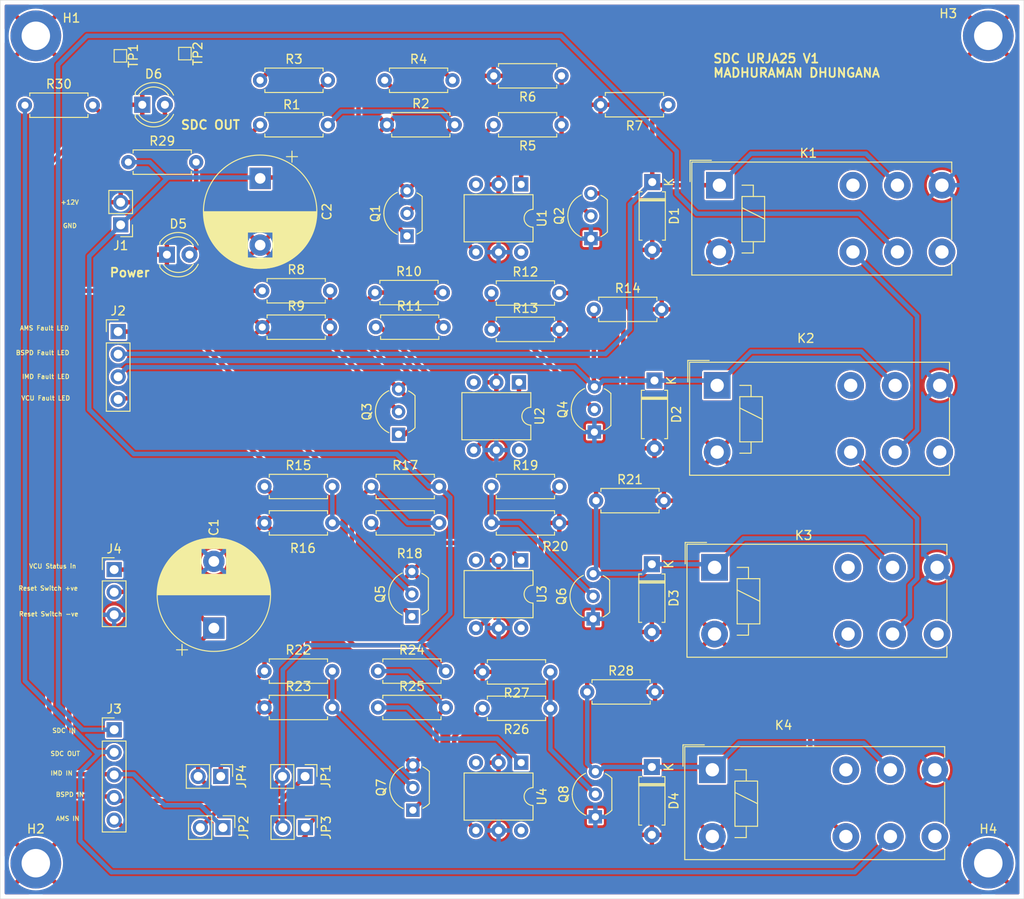
<source format=kicad_pcb>
(kicad_pcb (version 20240108) (generator "pcbnew") (generator_version "8.0")
  (layers (0 "F.Cu" signal) (31 "B.Cu" signal) (34 "B.Paste" user) (35 "F.Paste" user) (36 "B.SilkS" user "B.Silkscreen") (37 "F.SilkS" user "F.Silkscreen") (38 "B.Mask" user) (39 "F.Mask" user) (44 "Edge.Cuts" user))
  (net 0 "")
  (net 1 "Reset Switch +Ve")
  (net 2 "Reset Switch -Ve")
  (net 3 "GND")
  (net 4 "BSPD Fault Led")
  (net 5 "IMD Fault LED")
  (net 6 "AMS Fault Led")
  (net 7 "VCU Fault Led")
  (net 8 "SDC OUT")
  (net 9 "SDC IN")
  (net 10 "AMS Status In")
  (net 11 "IMD Status IN")
  (net 12 "BSPD Status in")
  (net 13 "VCU Status IN")
  (net 15 "Net-(K1-Pad22)")
  (net 19 "Net-(K2-Pad22)")
  (net 20 "Net-(K3-Pad22)")
  (net 25 "Net-(Q1-B)")
  (net 26 "Net-(Q1-C)")
  (net 27 "Net-(Q2-B)")
  (net 28 "Net-(Q3-C)")
  (net 29 "Net-(Q3-B)")
  (net 30 "Net-(Q4-B)")
  (net 31 "Net-(Q5-C)")
  (net 32 "Net-(Q5-B)")
  (net 33 "Net-(Q6-B)")
  (net 34 "Net-(Q7-B)")
  (net 35 "Net-(Q7-C)")
  (net 36 "Net-(Q8-B)")
  (net 37 "Net-(R4-Pad1)")
  (net 38 "Net-(R5-Pad2)")
  (net 39 "Net-(R11-Pad1)")
  (net 40 "Net-(R12-Pad2)")
  (net 41 "Net-(R18-Pad1)")
  (net 42 "Net-(R19-Pad2)")
  (net 43 "Net-(R25-Pad1)")
  (net 44 "Net-(R26-Pad2)")
  (net 53 "Net-(D5-A)")
  (net 54 "Net-(D6-A)")
  (footprint "Relay_THT:Relay_DPDT_Finder_40.52" (layer "F.Cu") (at 192 118.5)
    (property "Reference" "K4")
    (property "Value" "Relay_DPDT")
  )
  (footprint "Package_TO_SOT_THT:TO-92_Inline_Wide" (layer "F.Cu") (at 178.75 80.54 90)
    (property "Reference" "Q4")
    (property "Value" "NPN")
  )
  (footprint "Resistor_THT:R_Axial_DIN0207_L6.3mm_D2.5mm_P7.62mm_Horizontal" (layer "F.Cu") (at 154.44 111.5)
    (property "Reference" "R25")
    (property "Value" "1K")
  )
  (footprint "Connector_PinHeader_2.54mm:PinHeader_1x04_P2.54mm_Vertical" (layer "F.Cu") (at 125.25 69.25)
    (property "Reference" "J2")
    (property "Value" "Conn_01x04_Pin")
  )
  (footprint "Relay_THT:Relay_DPDT_Finder_40.52" (layer "F.Cu") (at 192.5425 75.2925)
    (property "Reference" "K2")
    (property "Value" "Relay_DPDT")
  )
  (footprint "LED_THT:LED_D4.0mm" (layer "F.Cu") (at 127.96 43.75)
    (property "Reference" "D6")
    (property "Value" "LED")
  )
  (footprint "Resistor_THT:R_Axial_DIN0207_L6.3mm_D2.5mm_P7.62mm_Horizontal" (layer "F.Cu") (at 167.19 86.66)
    (property "Reference" "R19")
    (property "Value" "1K")
  )
  (footprint "Resistor_THT:R_Axial_DIN0207_L6.3mm_D2.5mm_P7.62mm_Horizontal" (layer "F.Cu") (at 126.39 50.2)
    (property "Reference" "R29")
    (property "Value" "1K")
  )
  (footprint "Package_TO_SOT_THT:TO-92_Inline_Wide" (layer "F.Cu") (at 158.36 123.04 90)
    (property "Reference" "Q7")
    (property "Value" "NPN")
  )
  (footprint "Package_TO_SOT_THT:TO-92_Inline_Wide" (layer "F.Cu") (at 178.61 101.54 90)
    (property "Reference" "Q6")
    (property "Value" "NPN")
  )
  (footprint "Resistor_THT:R_Axial_DIN0207_L6.3mm_D2.5mm_P7.62mm_Horizontal" (layer "F.Cu") (at 187.06 43.75 180)
    (property "Reference" "R7")
    (property "Value" "10K")
  )
  (footprint "Connector_PinHeader_2.54mm:PinHeader_1x02_P2.54mm_Vertical" (layer "F.Cu") (at 136.775 119.25 -90)
    (property "Reference" "JP4")
    (property "Value" "Jumper_2_Bridged" (hide yes))
  )
  (footprint "Package_DIP:DIP-6_W7.62mm" (layer "F.Cu") (at 170.525 94.95 -90)
    (property "Reference" "U3")
    (property "Value" "4N25")
  )
  (footprint "Resistor_THT:R_Axial_DIN0207_L6.3mm_D2.5mm_P7.62mm_Horizontal" (layer "F.Cu") (at 167.19 69)
    (property "Reference" "R13")
    (property "Value" "10K")
  )
  (footprint "Diode_THT:D_A-405_P7.62mm_Horizontal" (layer "F.Cu") (at 185.2075 95.3975 -90)
    (property "Reference" "D3")
    (property "Value" "D")
  )
  (footprint "Resistor_THT:R_Axial_DIN0207_L6.3mm_D2.5mm_P7.62mm_Horizontal" (layer "F.Cu") (at 153.69 90.75)
    (property "Reference" "R18")
    (property "Value" "1K")
  )
  (footprint "Connector_PinHeader_2.54mm:PinHeader_1x03_P2.54mm_Vertical" (layer "F.Cu") (at 124.8 96)
    (property "Reference" "J4")
    (property "Value" "Conn_01x03_Pin")
  )
  (footprint "Resistor_THT:R_Axial_DIN0207_L6.3mm_D2.5mm_P7.62mm_Horizontal" (layer "F.Cu") (at 141.69 111.5)
    (property "Reference" "R23")
    (property "Value" "10K")
  )
  (footprint "Relay_THT:Relay_DPDT_Finder_40.52" (layer "F.Cu") (at 192.7925 52.7925)
    (property "Reference" "K1")
    (property "Value" "Relay_DPDT")
  )
  (footprint "Resistor_THT:R_Axial_DIN0207_L6.3mm_D2.5mm_P7.62mm_Horizontal" (layer "F.Cu") (at 141.69 90.75)
    (property "Reference" "R16")
    (property "Value" "10K")
  )
  (footprint "Resistor_THT:R_Axial_DIN0207_L6.3mm_D2.5mm_P7.62mm_Horizontal" (layer "F.Cu") (at 141.44 64.66)
    (property "Reference" "R8")
    (property "Value" "1K")
  )
  (footprint "Diode_THT:D_A-405_P7.62mm_Horizontal" (layer "F.Cu") (at 185.5 74.75 -90)
    (property "Reference" "D2")
    (property "Value" "D")
  )
  (footprint "Connector_PinHeader_2.54mm:PinHeader_1x02_P2.54mm_Vertical" (layer "F.Cu") (at 125.5325 57.25 180)
    (property "Reference" "J1")
    (property "Value" "Conn_01x02_Pin")
  )
  (footprint "MountingHole:MountingHole_3.2mm_M3_ISO7380_Pad" (layer "F.Cu") (at 116 36)
    (property "Reference" "H1")
    (property "Value" "MountingHole_Pad" (hide yes))
  )
  (footprint "Package_TO_SOT_THT:TO-92_Inline_Wide" (layer "F.Cu") (at 156.75 80.79 90)
    (property "Reference" "Q3")
    (property "Value" "NPN")
  )
  (footprint "Resistor_THT:R_Axial_DIN0207_L6.3mm_D2.5mm_P7.62mm_Horizontal" (layer "F.Cu") (at 114.78 43.8)
    (property "Reference" "R30")
    (property "Value" "1K")
  )
  (footprint "Connector_PinHeader_2.54mm:PinHeader_1x02_P2.54mm_Vertical" (layer "F.Cu") (at 146.29 125 -90)
    (property "Reference" "JP3")
    (property "Value" "Jumper_2_Bridged" (hide yes))
  )
  (footprint "Resistor_THT:R_Axial_DIN0207_L6.3mm_D2.5mm_P7.62mm_Horizontal" (layer "F.Cu") (at 154.11 64.86)
    (property "Reference" "R10")
    (property "Value" "1K")
  )
  (footprint "Capacitor_THT:CP_Radial_D12.5mm_P7.50mm" (layer "F.Cu") (at 136 102.573959 90)
    (property "Reference" "C1")
    (property "Value" "C_Polarized")
  )
  (footprint "MountingHole:MountingHole_3.2mm_M3_ISO7380_Pad" (layer "F.Cu") (at 116 129)
    (property "Reference" "H2")
    (property "Value" "MountingHole_Pad" (hide yes))
  )
  (footprint "Connector_PinHeader_2.54mm:PinHeader_1x02_P2.54mm_Vertical" (layer "F.Cu") (at 137.025 125 -90)
    (property "Reference" "JP2")
    (property "Value" "Jumper_2_Bridged" (hide yes))
  )
  (footprint "Resistor_THT:R_Axial_DIN0207_L6.3mm_D2.5mm_P7.62mm_Horizontal" (layer "F.Cu") (at 167.19 64.91)
    (property "Reference" "R12")
    (property "Value" "1K")
  )
  (footprint "Resistor_THT:R_Axial_DIN0207_L6.3mm_D2.5mm_P7.62mm_Horizontal" (layer "F.Cu") (at 153.69 86.66)
    (property "Reference" "R17")
    (property "Value" "1K")
  )
  (footprint "Resistor_THT:R_Axial_DIN0207_L6.3mm_D2.5mm_P7.62mm_Horizontal" (layer "F.Cu") (at 178.69 66.75)
    (property "Reference" "R14")
    (property "Value" "10K")
  )
  (footprint "LED_THT:LED_D4.0mm" (layer "F.Cu") (at 130.725 60.6)
    (property "Reference" "D5")
    (property "Value" "LED")
  )
  (footprint "Resistor_THT:R_Axial_DIN0207_L6.3mm_D2.5mm_P7.62mm_Horizontal" (layer "F.Cu") (at 173.81 107.5 180)
    (property "Reference" "R27")
    (property "Value" "10K")
  )
  (footprint "Resistor_THT:R_Axial_DIN0207_L6.3mm_D2.5mm_P7.62mm_Horizontal" (layer "F.Cu") (at 177.94 109.75)
    (property "Reference" "R28")
    (property "Value" "10K")
  )
  (footprint "TestPoint:TestPoint_Pad_1.0x1.0mm" (layer "F.Cu") (at 125.5 38.25 -90)
    (property "Reference" "TP1")
    (property "Value" "+12V")
  )
  (footprint "Resistor_THT:R_Axial_DIN0207_L6.3mm_D2.5mm_P7.62mm_Horizontal" (layer "F.Cu") (at 173.81 111.59 180)
    (property "Reference" "R26")
    (property "Value" "1K")
  )
  (footprint "Diode_THT:D_A-405_P7.62mm_Horizontal" (layer "F.Cu") (at 185.25 52.44 -90)
    (property "Reference" "D1")
    (property "Value" "D")
  )
  (footprint "Resistor_THT:R_Axial_DIN0207_L6.3mm_D2.5mm_P7.62mm_Horizontal" (layer "F.Cu") (at 167.19 90.75)
    (property "Reference" "R20")
    (property "Value" "10K")
  )
  (footprint "Resistor_THT:R_Axial_DIN0207_L6.3mm_D2.5mm_P7.62mm_Horizontal" (layer "F.Cu") (at 141.69 86.66)
    (property "Reference" "R15")
    (property "Value" "1K")
  )
  (footprint "Resistor_THT:R_Axial_DIN0207_L6.3mm_D2.5mm_P7.62mm_Horizontal" (layer "F.Cu") (at 155.19 41)
    (property "Reference" "R4")
    (property "Value" "1K")
  )
  (footprint "MountingHole:MountingHole_3.2mm_M3_ISO7380_Pad" (layer "F.Cu") (at 223 36)
    (property "Reference" "H3")
    (property "Value" "MountingHole_Pad" (hide yes))
  )
  (footprint "Resistor_THT:R_Axial_DIN0207_L6.3mm_D2.5mm_P7.62mm_Horizontal" (layer "F.Cu") (at 141.69 107.41)
    (property "Reference" "R22")
    (property "Value" "1K")
  )
  (footprint "Resistor_THT:R_Axial_DIN0207_L6.3mm_D2.5mm_P7.62mm_Horizontal" (layer "F.Cu") (at 175.06 46 180)
    (property "Reference" "R5")
    (property "Value" "1K")
  )
  (footprint "Resistor_THT:R_Axial_DIN0207_L6.3mm_D2.5mm_P7.62mm_Horizontal" (layer "F.Cu") (at 154.44 107.41)
    (property "Reference" "R24")
    (property "Value" "1K")
  )
  (footprint "Resistor_THT:R_Axial_DIN0207_L6.3mm_D2.5mm_P7.62mm_Horizontal" (layer "F.Cu") (at 154.19 68.75)
    (property "Reference" "R11")
    (property "Value" "1K")
  )
  (footprint "Package_DIP:DIP-6_W7.62mm" (layer "F.Cu") (at 170.275 74.95 -90)
    (property "Reference" "U2")
    (property "Value" "4N25")
  )
  (footprint "Package_TO_SOT_THT:TO-92L_Inline_Wide" (layer "F.Cu") (at 157.7 58.5 90)
    (property "Reference" "Q1")
    (property "Value" "NPN")
  )
  (footprint "Connector_PinHeader_2.54mm:PinHeader_1x05_P2.54mm_Vertical" (layer "F.Cu") (at 124.8 114)
    (property "Reference" "J3")
    (property "Value" "Conn_01x05_Pin")
  )
  (footprint "Package_DIP:DIP-6_W7.62mm" (layer "F.Cu") (at 170.525 117.7 -90)
    (property "Reference" "U4")
    (property "Value" "4N25")
  )
  (footprint "Package_TO_SOT_THT:TO-92_Inline_Wide" (layer "F.Cu") (at 178.86 123.79 90)
    (property "Reference" "Q8")
    (property "Value" "NPN")
  )
  (footprint "Resistor_THT:R_Axial_DIN0207_L6.3mm_D2.5mm_P7.62mm_Horizontal" (layer "F.Cu") (at 141.19 46)
    (property "Reference" "R1")
    (property "Value" "1K")
  )
  (footprint "Package_TO_SOT_THT:TO-92_Inline_Wide" (layer "F.Cu") (at 178.36 58.79 90)
    (property "Reference" "Q2")
    (property "Value" "NPN")
  )
  (footprint "Connector_PinHeader_2.54mm:PinHeader_1x02_P2.54mm_Vertical" (layer "F.Cu") (at 146.25 119.25 -90)
    (property "Reference" "JP1")
    (property "Value" "Jumper_2_Bridged" (hide yes))
  )
  (footprint "Relay_THT:Relay_DPDT_Finder_40.52" (layer "F.Cu") (at 192.25 95.75)
    (property "Reference" "K3")
    (property "Value" "Relay_DPDT")
  )
  (footprint "Resistor_THT:R_Axial_DIN0207_L6.3mm_D2.5mm_P7.62mm_Horizontal" (layer "F.Cu") (at 141.19 41)
    (property "Reference" "R3")
    (property "Value" "1K")
  )
  (footprint "Resistor_THT:R_Axial_DIN0207_L6.3mm_D2.5mm_P7.62mm_Horizontal" (layer "F.Cu") (at 175.06 40.5 180)
    (property "Reference" "R6")
    (property "Value" "10K")
  )
  (footprint "TestPoint:TestPoint_Pad_1.0x1.0mm" (layer "F.Cu") (at 132.75 38 -90)
    (property "Reference" "TP2")
    (property "Value" "GND")
  )
  (footprint "Resistor_THT:R_Axial_DIN0207_L6.3mm_D2.5mm_P7.62mm_Horizontal" (layer "F.Cu") (at 155.44 46)
    (property "Reference" "R2")
    (property "Value" "10K")
  )
  (footprint "Package_TO_SOT_THT:TO-92_Inline_Wide" (layer "F.Cu") (at 158.25 101.29 90)
    (property "Reference" "Q5")
    (property "Value" "NPN")
  )
  (footprint "Package_DIP:DIP-6_W7.62mm" (layer "F.Cu") (at 170.525 52.7 -90)
    (property "Reference" "U1")
    (property "Value" "4N25")
  )
  (footprint "Resistor_THT:R_Axial_DIN0207_L6.3mm_D2.5mm_P7.62mm_Horizontal" (layer "F.Cu") (at 178.94 88.25)
    (property "Reference" "R21")
    (property "Value" "10K")
  )
  (footprint "Capacitor_THT:CP_Radial_D12.5mm_P7.50mm" (layer "F.Cu") (at 141.2 52.026041 -90)
    (property "Reference" "C2")
    (property "Value" "C_Polarized")
  )
  (footprint "Diode_THT:D_A-405_P7.62mm_Horizontal" (layer "F.Cu") (at 185.2075 118.19 -90)
    (property "Reference" "D4")
    (property "Value" "D")
  )
  (footprint "Resistor_THT:R_Axial_DIN0207_L6.3mm_D2.5mm_P7.62mm_Horizontal" (layer "F.Cu") (at 141.44 68.75)
    (property "Reference" "R9")
    (property "Value" "10K")
  )
  (footprint "MountingHole:MountingHole_3.2mm_M3_ISO7380_Pad" (layer "F.Cu") (at 223 129)
    (property "Reference" "H4")
    (property "Value" "MountingHole_Pad" (hide yes))
  )
  (gr_line (start 227 133) (end 112 133) (stroke (width 0.05)) (layer "Edge.Cuts"))
  (gr_line (start 112 32) (end 227 32) (stroke (width 0.05)) (layer "Edge.Cuts"))
  (gr_line (start 227 32) (end 227 133) (stroke (width 0.05)) (layer "Edge.Cuts"))
  (gr_line (start 112 133) (end 112 32) (stroke (width 0.05)) (layer "Edge.Cuts"))
  (gr_text "AMS IN\n\n\n\n\n\n\n" (at 118.2 129.11 0) (layer "F.SilkS") (effects (font (size 0.5 0.5) (thickness 0.1)) (justify left bottom)))
  (gr_text "Reset Switch +ve\n\n" (at 114 99.2 0) (layer "F.SilkS") (effects (font (size 0.5 0.5) (thickness 0.1)) (justify left bottom)))
  (gr_text "SDC OUT\n" (at 132.2 46.6 0) (layer "F.SilkS") (effects (font (size 1 1) (thickness 0.2) (bold yes)) (justify left bottom)))
  (gr_text "SDC URJA25 V1\nMADHURAMAN DHUNGANA" (at 192 40.75 0) (layer "F.SilkS") (effects (font (size 1 1) (thickness 0.2) (bold yes)) (justify left bottom)))
  (gr_text "AMS Fault LED" (at 114.16 69.15 0) (layer "F.SilkS") (effects (font (size 0.5 0.5) (thickness 0.1)) (justify left bottom)))
  (gr_text "GND\n" (at 119 57.64 0) (layer "F.SilkS") (effects (font (size 0.5 0.5) (thickness 0.1)) (justify left bottom)))
  (gr_text "+12V\n" (at 118.75 55 0) (layer "F.SilkS") (effects (font (size 0.5 0.5) (thickness 0.1)) (justify left bottom)))
  (gr_text "SDC OUT\n\n\n\n" (at 117.6 119.4 0) (layer "F.SilkS") (effects (font (size 0.5 0.5) (thickness 0.1)) (justify left bottom)))
  (gr_text "VCU Status in\n" (at 115.2 95.91 0) (layer "F.SilkS") (effects (font (size 0.5 0.5) (thickness 0.1)) (justify left bottom)))
  (gr_text "SDC IN\n\n\n" (at 117.8 116 0) (layer "F.SilkS") (effects (font (size 0.5 0.5) (thickness 0.1)) (justify left bottom)))
  (gr_text "BSPD IN\n\n\n\n\n\n" (at 118.2 125.6 0) (layer "F.SilkS") (effects (font (size 0.5 0.5) (thickness 0.1)) (justify left bottom)))
  (gr_text "IMD IN\n\n\n\n\n" (at 117.6 122.4 0) (layer "F.SilkS") (effects (font (size 0.5 0.5) (thickness 0.1)) (justify left bottom)))
  (gr_text "Power \n" (at 124.2 63.2 0) (layer "F.SilkS") (effects (font (size 1 1) (thickness 0.2) (bold yes)) (justify left bottom)))
  (gr_text "Reset Switch -ve\n\n" (at 114.06 102.09 0) (layer "F.SilkS") (effects (font (size 0.5 0.5) (thickness 0.1)) (justify left bottom)))
  (gr_text "VCU Fault LED" (at 114.32 77.02 0) (layer "F.SilkS") (effects (font (size 0.5 0.5) (thickness 0.1)) (justify left bottom)))
  (gr_text "IMD Fault LED" (at 114.4 74.6 0) (layer "F.SilkS") (effects (font (size 0.5 0.5) (thickness 0.1)) (justify left bottom)))
  (gr_text "BSPD Fault LED" (at 113.71 71.92 0) (layer "F.SilkS") (effects (font (size 0.5 0.5) (thickness 0.1)) (justify left bottom)))
  (segment (start 143.75 125) (end 141.75 123) (width 0.5) (layer "F.Cu") (net 1))
  (segment (start 136.25 43) (end 146.81 43) (width 0.5) (layer "F.Cu") (net 1))
  (segment (start 161.73 64.86) (end 160.61 64.86) (width 0.5) (layer "F.Cu") (net 1))
  (segment (start 131.75 98.5) (end 124.8 98.5) (width 0.5) (layer "F.Cu") (net 1))
  (segment (start 134.235 119.25) (end 135.985 121) (width 0.5) (layer "F.Cu") (net 1))
  (segment (start 141.3 51.926041) (end 141.2 52.026041) (width 0.5) (layer "F.Cu") (net 1))
  (segment (start 135.823959 102.573959) (end 131.75 98.5) (width 0.5) (layer "F.Cu") (net 1))
  (segment (start 134.235 119.25) (end 134.235 104.338959) (width 0.5) (layer "F.Cu") (net 1))
  (segment (start 147 42.81) (end 147 51.25) (width 0.5) (layer "F.Cu") (net 1))
  (segment (start 141.96 121) (end 143.71 119.25) (width 0.5) (layer "F.Cu") (net 1))
  (segment (start 136 102.573959) (end 135.823959 102.573959) (width 0.5) (layer "F.Cu") (net 1))
  (segment (start 135.985 121) (end 141.96 121) (width 0.5) (layer "F.Cu") (net 1))
  (segment (start 134.235 104.338959) (end 136 102.573959) (width 0.5) (layer "F.Cu") (net 1))
  (segment (start 146.81 43) (end 147.905 41.905) (width 0.5) (layer "F.Cu") (net 1))
  (segment (start 136.25 40.75) (end 136.25 43) (width 0.5) (layer "F.Cu") (net 1))
  (segment (start 133.5 38) (end 136.25 40.75) (width 0.5) (layer "F.Cu") (net 1))
  (segment (start 147.875 52.125) (end 147.676041 51.926041) (width 0.5) (layer "F.Cu") (net 1))
  (segment (start 148.81 41) (end 147.905 41.905) (width 0.5) (layer "F.Cu") (net 1))
  (segment (start 147.905 41.905) (end 147 42.81) (width 0.5) (layer "F.Cu") (net 1))
  (segment (start 160.61 64.86) (end 147.875 52.125) (width 0.5) (layer "F.Cu") (net 1))
  (segment (start 141.75 123) (end 136.485 123) (width 0.5) (layer "F.Cu") (net 1))
  (segment (start 132.75 38) (end 133.5 38) (width 0.5) (layer "F.Cu") (net 1))
  (segment (start 136.485 123) (end 134.485 125) (width 0.5) (layer "F.Cu") (net 1))
  (segment (start 147.676041 51.926041) (end 141.3 51.926041) (width 0.5) (layer "F.Cu") (net 1))
  (segment (start 147 51.25) (end 147.875 52.125) (width 0.5) (layer "F.Cu") (net 1))
  (segment (start 128.8 50.2) (end 126.39 50.2) (width 0.5) (layer "B.Cu") (net 1))
  (segment (start 156.51863 83) (end 127 83) (width 0.5) (layer "B.Cu") (net 1))
  (segment (start 143.75 107.25) (end 143.75 119.21) (width 0.5) (layer "B.Cu") (net 1))
  (segment (start 161.31 86.66) (end 160.17863 86.66) (width 0.5) (layer "B.Cu") (net 1))
  (segment (start 143.75 119.21) (end 143.71 119.25) (width 0.5) (layer "B.Cu") (net 1))
  (segment (start 159.15 104.5) (end 159 104.5) (width 0.5) (layer "B.Cu") (net 1))
  (segment (start 162.06 107.41) (end 159.15 104.5) (width 0.5) (layer "B.Cu") (net 1))
  (segment (start 161.31 86.66) (end 162.56 87.91) (width 0.5) (layer "B.Cu") (net 1))
  (segment (start 162.56 87.91) (end 162.56 100.94) (width 0.5) (layer "B.Cu") (net 1))
  (segment (start 122 60.7825) (end 125.5325 57.25) (width 0.5) (layer "B.Cu") (net 1))
  (segment (start 143.71 119.25) (end 143.71 124.96) (width 0.5) (layer "B.Cu") (net 1))
  (segment (start 146.5 104.5) (end 143.75 107.25) (width 0.5) (layer "B.Cu") (net 1))
  (segment (start 141.1 51.926041) (end 141.2 52.026041) (width 0.5) (layer "B.Cu") (net 1))
  (segment (start 130.526041 51.926041) (end 128.8 50.2) (width 0.5) (layer "B.Cu") (net 1))
  (segment (start 130.856459 51.926041) (end 141.1 51.926041) (width 0.5) (layer "B.Cu") (net 1))
  (segment (start 122 78) (end 122 60.7825) (width 0.5) (layer "B.Cu") (net 1))
  (segment (start 125.5325 57.25) (end 130.856459 51.926041) (width 0.5) (layer "B.Cu") (net 1))
  (segment (start 130.856459 51.926041) (end 130.526041 51.926041) (width 0.5) (layer "B.Cu") (net 1))
  (segment (start 160.17863 86.66) (end 156.51863 83) (width 0.5) (layer "B.Cu") (net 1))
  (segment (start 127 83) (end 122 78) (width 0.5) (layer "B.Cu") (net 1))
  (segment (start 159 104.5) (end 146.5 104.5) (width 0.5) (layer "B.Cu") (net 1))
  (segment (start 143.71 124.96) (end 143.75 125) (width 0.5) (layer "B.Cu") (net 1))
  (segment (start 162.56 100.94) (end 159 104.5) (width 0.5) (layer "B.Cu") (net 1))
  (segment (start 220.0425 52.7925) (end 220.25 53) (width 0.5) (layer "B.Cu") (net 2))
  (segment (start 220.25 72.585) (end 217.5425 75.2925) (width 0.5) (layer "B.Cu") (net 2))
  (segment (start 219.2 116.3) (end 217 118.5) (width 0.5) (layer "B.Cu") (net 2))
  (segment (start 220.25 53) (end 220.25 72.585) (width 0.5) (layer "B.Cu") (net 2))
  (segment (start 219.4925 93.5075) (end 217.25 95.75) (width 0.5) (layer "B.Cu") (net 2))
  (segment (start 217.7925 52.7925) (end 220.0425 52.7925) (width 0.5) (layer "B.Cu") (net 2))
  (segment (start 219.4925 77.2425) (end 219.4925 93.5075) (width 0.5) (layer "B.Cu") (net 2))
  (segment (start 217.5425 75.2925) (end 219.4925 77.2425) (width 0.5) (layer "B.Cu") (net 2))
  (segment (start 217.25 95.75) (end 219.2 97.7) (width 0.5) (layer "B.Cu") (net 2))
  (segment (start 219.2 97.7) (end 219.2 116.3) (width 0.5) (layer "B.Cu") (net 2))
  (segment (start 185.25 45.56) (end 187.06 43.75) (width 0.5) (layer "F.Cu") (net 4))
  (segment (start 185.25 52.44) (end 185.25 45.56) (width 0.5) (layer "F.Cu") (net 4))
  (segment (start 183.98 53.71) (end 185.25 52.44) (width 0.5) (layer "F.Cu") (net 4))
  (segment (start 185.25 52.44) (end 185.69 52.44) (width 0.5) (layer "F.Cu") (net 4))
  (segment (start 186.0425 52.7925) (end 192.7925 52.7925) (width 0.5) (layer "F.Cu") (net 4))
  (segment (start 185.69 52.44) (end 186.0425 52.7925) (width 0.5) (layer "F.Cu") (net 4))
  (segment (start 178.36 53.71) (end 183.98 53.71) (width 0.5) (layer "F.Cu") (net 4))
  (segment (start 196.335 49.25) (end 209.25 49.25) (width 0.5) (layer "B.Cu") (net 4))
  (segment (start 180 71.75) (end 182.75 69) (width 0.5) (layer "B.Cu") (net 4))
  (segment (start 192.7925 52.7925) (end 196.335 49.25) (width 0.5) (layer "B.Cu") (net 4))
  (segment (start 182.75 54.94) (end 185.25 52.44) (width 0.5) (layer "B.Cu") (net 4))
  (segment (start 182.75 69) (end 182.75 54.94) (width 0.5) (layer "B.Cu") (net 4))
  (segment (start 125.25 71.75) (end 180 71.75) (width 0.5) (layer "B.Cu") (net 4))
  (segment (start 209.25 49.25) (end 212.7925 52.7925) (width 0.5) (layer "B.Cu") (net 4))
  (segment (start 178.69 66.75) (end 178.69 75.4) (width 0.5) (layer "F.Cu") (net 5))
  (segment (start 178.69 75.4) (end 178.75 75.46) (width 0.5) (layer "F.Cu") (net 5))
  (segment (start 208.75 71.5) (end 212.5425 75.2925) (width 0.5) (layer "B.Cu") (net 5))
  (segment (start 179.75 74.75) (end 185.5 74.75) (width 0.5) (layer "B.Cu") (net 5))
  (segment (start 126.25 73.25) (end 176.54 73.25) (width 0.5) (layer "B.Cu") (net 5))
  (segment (start 179.04 75.46) (end 179.75 74.75) (width 0.5) (layer "B.Cu") (net 5))
  (segment (start 176.54 73.25) (end 178.75 75.46) (width 0.5) (layer "B.Cu") (net 5))
  (segment (start 125.25 74.25) (end 126.25 73.25) (width 0.5) (layer "B.Cu") (net 5))
  (segment (start 178.75 75.46) (end 179.04 75.46) (width 0.5) (layer "B.Cu") (net 5))
  (segment (start 192 74.75) (end 192.5425 75.2925) (width 0.5) (layer "B.Cu") (net 5))
  (segment (start 196.335 71.5) (end 208.75 71.5) (width 0.5) (layer "B.Cu") (net 5))
  (segment (start 192.5425 75.2925) (end 196.335 71.5) (width 0.5) (layer "B.Cu") (net 5))
  (segment (start 185.5 74.75) (end 192 74.75) (width 0.5) (layer "B.Cu") (net 5))
  (segment (start 178.94 86.69) (end 178.94 88.25) (width 0.5) (layer "F.Cu") (net 6))
  (segment (start 176.5 84.25) (end 178.94 86.69) (width 0.5) (layer "F.Cu") (net 6))
  (segment (start 148.25 84.25) (end 176.5 84.25) (width 0.5) (layer "F.Cu") (net 6))
  (segment (start 133.25 69.25) (end 148.25 84.25) (width 0.5) (layer "F.Cu") (net 6))
  (segment (start 125.25 69.25) (end 133.25 69.25) (width 0.5) (layer "F.Cu") (net 6))
  (segment (start 178.94 88.25) (end 178.94 96.13) (width 0.5) (layer "B.Cu") (net 6))
  (segment (start 185.2075 95.3975) (end 191.8975 95.3975) (width 0.5) (layer "B.Cu") (net 6))
  (segment (start 192.25 95.75) (end 195.5 92.5) (width 0.5) (layer "B.Cu") (net 6))
  (segment (start 191.8975 95.3975) (end 192.25 95.75) (width 0.5) (layer "B.Cu") (net 6))
  (segment (start 209 92.5) (end 212.25 95.75) (width 0.5) (layer "B.Cu") (net 6))
  (segment (start 195.5 92.5) (end 209 92.5) (width 0.5) (layer "B.Cu") (net 6))
  (segment (start 178.61 96.46) (end 184.145 96.46) (width 0.5) (layer "B.Cu") (net 6))
  (segment (start 178.94 96.13) (end 178.61 96.46) (width 0.5) (layer "B.Cu") (net 6))
  (segment (start 184.145 96.46) (end 185.2075 95.3975) (width 0.5) (layer "B.Cu") (net 6))
  (segment (start 147.95 90.2) (end 134.5 76.75) (width 0.5) (layer "F.Cu") (net 7))
  (segment (start 134.5 76.75) (end 125.25 76.75) (width 0.5) (layer "F.Cu") (net 7))
  (segment (start 151.75 104.5) (end 147.95 100.7) (width 0.5) (layer "F.Cu") (net 7))
  (segment (start 147.95 100.7) (end 147.95 90.2) (width 0.5) (layer "F.Cu") (net 7))
  (segment (start 177.94 106.94) (end 175.5 104.5) (width 0.5) (layer "F.Cu") (net 7))
  (segment (start 177.94 109.75) (end 177.94 106.94) (width 0.5) (layer "F.Cu") (net 7))
  (segment (start 175.5 104.5) (end 151.75 104.5) (width 0.5) (layer "F.Cu") (net 7))
  (segment (start 177.94 109.75) (end 177.94 117.79) (width 0.5) (layer "B.Cu") (net 7))
  (segment (start 177.94 117.79) (end 178.86 118.71) (width 0.5) (layer "B.Cu") (net 7))
  (segment (start 179.29 118.71) (end 179.81 118.19) (width 0.5) (layer "B.Cu") (net 7))
  (segment (start 191.69 118.19) (end 192 118.5) (width 0.5) (layer "B.Cu") (net 7))
  (segment (start 209 115.5) (end 195 115.5) (width 0.5) (layer "B.Cu") (net 7))
  (segment (start 195 115.5) (end 192 118.5) (width 0.5) (layer "B.Cu") (net 7))
  (segment (start 179.81 118.19) (end 185.2075 118.19) (width 0.5) (layer "B.Cu") (net 7))
  (segment (start 178.86 118.71) (end 179.29 118.71) (width 0.5) (layer "B.Cu") (net 7))
  (segment (start 212 118.5) (end 209 115.5) (width 0.5) (layer "B.Cu") (net 7))
  (segment (start 185.2075 118.19) (end 191.69 118.19) (width 0.5) (layer "B.Cu") (net 7))
  (segment (start 124.5 130) (end 208 130) (width 0.5) (layer "B.Cu") (net 8))
  (segment (start 124.8 116.5) (end 123.25 116.5) (width 0.5) (layer "B.Cu") (net 8))
  (segment (start 121 118.75) (end 121 126.5) (width 0.5) (layer "B.Cu") (net 8))
  (segment (start 122.76005 116.5) (end 114.78 108.51995) (width 0.5) (layer "B.Cu") (net 8))
  (segment (start 123.25 116.5) (end 122.76005 116.5) (width 0.5) (layer "B.Cu") (net 8))
  (segment (start 114.78 108.51995) (end 114.78 43.8) (width 0.5) (layer "B.Cu") (net 8))
  (segment (start 123.25 116.5) (end 121 118.75) (width 0.5) (layer "B.Cu") (net 8))
  (segment (start 208 130) (end 212 126) (width 0.5) (layer "B.Cu") (net 8))
  (segment (start 121 126.5) (end 124.5 130) (width 0.5) (layer "B.Cu") (net 8))
  (segment (start 118.5 111.25) (end 118.5 39.25) (width 0.5) (layer "B.Cu") (net 9))
  (segment (start 121.25 114) (end 118.5 111.25) (width 0.5) (layer "B.Cu") (net 9))
  (segment (start 188 49) (end 188 53.75) (width 0.5) (layer "B.Cu") (net 9))
  (segment (start 188 53.75) (end 190.25 56) (width 0.5) (layer "B.Cu") (net 9))
  (segment (start 190.25 56) (end 208.5 56) (width 0.5) (layer "B.Cu") (net 9))
  (segment (start 208.5 56) (end 212.7925 60.2925) (width 0.5) (layer "B.Cu") (net 9))
  (segment (start 175 36) (end 188 49) (width 0.5) (layer "B.Cu") (net 9))
  (segment (start 124.8 114) (end 121.25 114) (width 0.5) (layer "B.Cu") (net 9))
  (segment (start 121.75 36) (end 175 36) (width 0.5) (layer "B.Cu") (net 9))
  (segment (start 118.5 39.25) (end 121.75 36) (width 0.5) (layer "B.Cu") (net 9))
  (segment (start 128.55 127.75) (end 144.5 127.75) (width 0.5) (layer "F.Cu") (net 10))
  (segment (start 149.25 117.75) (end 149.25 122.04) (width 0.5) (layer "F.Cu") (net 10))
  (segment (start 146.5 115) (end 149.25 117.75) (width 0.5) (layer "F.Cu") (net 10))
  (segment (start 141.69 86.66) (end 146.5 91.47) (width 0.5) (layer "F.Cu") (net 10))
  (segment (start 144.5 127.75) (end 146.29 125.96) (width 0.5) (layer "F.Cu") (net 10))
  (segment (start 124.8 124) (end 128.55 127.75) (width 0.5) (layer "F.Cu") (net 10))
  (segment (start 146.29 125.96) (end 146.29 125) (width 0.5) (layer "F.Cu") (net 10))
  (segment (start 149.25 122.04) (end 146.29 125) (width 0.5) (layer "F.Cu") (net 10))
  (segment (start 146.5 91.47) (end 146.5 115) (width 0.5) (layer "F.Cu") (net 10))
  (segment (start 124.8 119) (end 120.25 119) (width 0.5) (layer "F.Cu") (net 11))
  (segment (start 119.75 66.25) (end 121.34 64.66) (width 0.5) (layer "F.Cu") (net 11))
  (segment (start 120.25 119) (end 119.75 118.5) (width 0.5) (layer "F.Cu") (net 11))
  (segment (start 119.75 118.5) (end 119.75 66.25) (width 0.5) (layer "F.Cu") (net 11))
  (segment (start 121.34 64.66) (end 141.44 64.66) (width 0.5) (layer "F.Cu") (net 11))
  (segment (start 127 119) (end 130.5 122.5) (width 0.5) (layer "B.Cu") (net 11))
  (segment (start 124.8 119) (end 127 119) (width 0.5) (layer "B.Cu") (net 11))
  (segment (start 130.5 122.5) (end 134.525 122.5) (width 0.5) (layer "B.Cu") (net 11))
  (segment (start 134.525 122.5) (end 137.025 125) (width 0.5) (layer "B.Cu") (net 11))
  (segment (start 120.5 47.5) (end 117.5 50.5) (width 0.5) (layer "F.Cu") (net 12))
  (segment (start 125.3 122) (end 143.5 122) (width 0.5) (layer "F.Cu") (net 12))
  (segment (start 117.5 50.5) (end 117.5 118.75) (width 0.5) (layer "F.Cu") (net 12))
  (segment (start 143.5 122) (end 146.25 119.25) (width 0.5) (layer "F.Cu") (net 12))
  (segment (start 117.5 118.75) (end 120.25 121.5) (width 0.5) (layer "F.Cu") (net 12))
  (segment (start 141.19 46) (end 139.69 47.5) (width 0.5) (layer "F.Cu") (net 12))
  (segment (start 139.69 47.5) (end 120.5 47.5) (width 0.5) (layer "F.Cu") (net 12))
  (segment (start 124.8 121.5) (end 125.3 122) (width 0.5) (layer "F.Cu") (net 12))
  (segment (start 120.25 121.5) (end 124.8 121.5) (width 0.5) (layer "F.Cu") (net 12))
  (segment (start 136.775 112.325) (end 141.69 107.41) (width 0.5) (layer "F.Cu") (net 13))
  (segment (start 132 96) (end 124.8 96) (width 0.5) (layer "F.Cu") (net 13))
  (segment (start 141.69 103.69) (end 136 98) (width 0.5) (layer "F.Cu") (net 13))
  (segment (start 136 98) (end 134 98) (width 0.5) (layer "F.Cu") (net 13))
  (segment (start 134 98) (end 132 96) (width 0.5) (layer "F.Cu") (net 13))
  (segment (start 136.775 119.25) (end 136.775 112.325) (width 0.5) (layer "F.Cu") (net 13))
  (segment (start 141.69 107.41) (end 141.69 103.69) (width 0.5) (layer "F.Cu") (net 13))
  (segment (start 212.5425 82.7925) (end 215 80.335) (width 0.5) (layer "B.Cu") (net 15))
  (segment (start 215 67.5) (end 207.7925 60.2925) (width 0.5) (layer "B.Cu") (net 15))
  (segment (start 215 80.335) (end 215 67.5) (width 0.5) (layer "B.Cu") (net 15))
  (segment (start 212.25 103.25) (end 214.2 101.3) (width 0.5) (layer "B.Cu") (net 19))
  (segment (start 215 97) (end 215 90.25) (width 0.5) (layer "B.Cu") (net 19))
  (segment (start 215 90.25) (end 207.5425 82.7925) (width 0.5) (layer "B.Cu") (net 19))
  (segment (start 214.2 101.3) (end 214.2 97.8) (width 0.5) (layer "B.Cu") (net 19))
  (segment (start 214.2 97.8) (end 215 97) (width 0.5) (layer "B.Cu") (net 19))
  (segment (start 203 107.5) (end 203 122) (width 0.5) (layer "F.Cu") (net 20))
  (segment (start 207.25 103.25) (end 203 107.5) (width 0.5) (layer "F.Cu") (net 20))
  (segment (start 203 122) (end 207 126) (width 0.5) (layer "F.Cu") (net 20))
  (segment (start 160 53.66) (end 157.7 55.96) (width 0.5) (layer "F.Cu") (net 25))
  (segment (start 163.06 46) (end 160 49.06) (width 0.5) (layer "F.Cu") (net 25))
  (segment (start 160 49.06) (end 160 53.66) (width 0.5) (layer "F.Cu") (net 25))
  (segment (start 161.56 44.5) (end 163.06 46) (width 0.5) (layer "B.Cu") (net 25))
  (segment (start 148.81 46) (end 150.31 44.5) (width 0.5) (layer "B.Cu") (net 25))
  (segment (start 150.31 44.5) (end 161.56 44.5) (width 0.5) (layer "B.Cu") (net 25))
  (segment (start 153.75 39) (end 160.81 39) (width 0.5) (layer "F.Cu") (net 26))
  (segment (start 152.25 53.05) (end 152.25 40.5) (width 0.5) (layer "F.Cu") (net 26))
  (segment (start 143.19 39) (end 153.75 39) (width 0.5) (layer "F.Cu") (net 26))
  (segment (start 141.19 41) (end 143.19 39) (width 0.5) (layer "F.Cu") (net 26))
  (segment (start 160.81 39) (end 162.81 41) (width 0.5) (layer "F.Cu") (net 26))
  (segment (start 157.7 58.5) (end 152.25 53.05) (width 0.5) (layer "F.Cu") (net 26))
  (segment (start 152.25 40.5) (end 153.75 39) (width 0.5) (layer "F.Cu") (net 26))
  (segment (start 178.36 56.25) (end 175.06 52.95) (width 0.5) (layer "F.Cu") (net 27))
  (segment (start 175.06 40.5) (end 175.06 46) (width 0.5) (layer "F.Cu") (net 27))
  (segment (start 175.06 52.95) (end 175.06 46) (width 0.5) (layer "F.Cu") (net 27))
  (segment (start 157.92 64.86) (end 161.81 68.75) (width 0.5) (layer "F.Cu") (net 28))
  (segment (start 152.25 66.72) (end 154.11 64.86) (width 0.5) (layer "F.Cu") (net 28))
  (segment (start 152.25 69.75) (end 152.25 66.72) (width 0.5) (layer "F.Cu") (net 28))
  (segment (start 159 79.27) (end 159 75) (width 0.5) (layer "F.Cu") (net 28))
  (segment (start 157 73) (end 155.5 73) (width 0.5) (layer "F.Cu") (net 28))
  (segment (start 155.5 73) (end 152.25 69.75) (width 0.5) (layer "F.Cu") (net 28))
  (segment (start 157.48 80.79) (end 159 79.27) (width 0.5) (layer "F.Cu") (net 28))
  (segment (start 154.11 64.86) (end 157.92 64.86) (width 0.5) (layer "F.Cu") (net 28))
  (segment (start 159 75) (end 157 73) (width 0.5) (layer "F.Cu") (net 28))
  (segment (start 156.75 80.79) (end 157.48 80.79) (width 0.5) (layer "F.Cu") (net 28))
  (segment (start 149.06 64.66) (end 149.06 68.75) (width 0.5) (layer "F.Cu") (net 29))
  (segment (start 149.06 70.56) (end 149.06 68.75) (width 0.5) (layer "F.Cu") (net 29))
  (segment (start 156.75 78.25) (end 149.06 70.56) (width 0.5) (layer "F.Cu") (net 29))
  (segment (start 167.19 64.91) (end 167.19 69) (width 0.75) (layer "F.Cu") (net 30))
  (segment (start 167.19 69) (end 169.75 69) (width 0.5) (layer "F.Cu") (net 30))
  (segment (start 169.75 69) (end 178.75 78) (width 0.5) (layer "F.Cu") (net 30))
  (segment (start 152.6 87.75) (end 153.69 86.66) (width 0.5) (layer "F.Cu") (net 31))
  (segment (start 151.5 88.75) (end 152.5 87.75) (width 0.5) (layer "F.Cu") (net 31))
  (segment (start 151.5 94.54) (end 151.5 88.75) (width 0.5) (layer "F.Cu") (net 31))
  (segment (start 158.25 101.29) (end 151.5 94.54) (width 0.5) (layer "F.Cu") (net 31))
  (segment (start 152.5 87.75) (end 152.6 87.75) (width 0.5) (layer "F.Cu") (net 31))
  (segment (start 161.31 90.75) (end 157.78 90.75) (width 0.5) (layer "B.Cu") (net 31))
  (segment (start 157.78 90.75) (end 153.69 86.66) (width 0.5) (layer "B.Cu") (net 31))
  (segment (start 150.25 90.75) (end 149.31 90.75) (width 0.5) (layer "B.Cu") (net 32))
  (segment (start 149.31 90.75) (end 149.31 86.66) (width 0.5) (layer "B.Cu") (net 32))
  (segment (start 158.25 98.75) (end 150.25 90.75) (width 0.5) (layer "B.Cu") (net 32))
  (segment (start 178.61 99) (end 170.36 90.75) (width 0.5) (layer "B.Cu") (net 33))
  (segment (start 170.36 90.75) (end 167.19 90.75) (width 0.5) (layer "B.Cu") (net 33))
  (segment (start 167.19 90.75) (end 167.19 86.66) (width 0.5) (layer "B.Cu") (net 33))
  (segment (start 149.31 111.5) (end 149.31 107.41) (width 0.5) (layer "B.Cu") (net 34))
  (segment (start 149.36 111.5) (end 149.31 111.5) (width 0.5) (layer "B.Cu") (net 34))
  (segment (start 158.36 120.5) (end 149.36 111.5) (width 0.5) (layer "B.Cu") (net 34))
  (segment (start 161 120.4) (end 158.36 123.04) (width 0.5) (layer "F.Cu") (net 35))
  (segment (start 162.06 111.5) (end 161 112.56) (width 0.5) (layer "F.Cu") (net 35))
  (segment (start 161 112.56) (end 161 120.4) (width 0.5) (layer "F.Cu") (net 35))
  (segment (start 162.06 111.5) (end 157.97 107.41) (width 0.5) (layer "B.Cu") (net 35))
  (segment (start 157.97 107.41) (end 154.44 107.41) (width 0.5) (layer "B.Cu") (net 35))
  (segment (start 173.81 116.2) (end 178.86 121.25) (width 0.5) (layer "B.Cu") (net 36))
  (segment (start 173.81 111.59) (end 173.81 116.2) (width 0.5) (layer "B.Cu") (net 36))
  (segment (start 173.81 111.59) (end 173.81 107.5) (width 0.5) (layer "B.Cu") (net 36))
  (segment (start 157.44 43.25) (end 155.19 41) (width 0.5) (layer "F.Cu") (net 37))
  (segment (start 170.525 52.7) (end 170.525 45.275) (width 0.5) (layer "F.Cu") (net 37))
  (segment (start 168.5 43.25) (end 157.44 43.25) (width 0.5) (layer "F.Cu") (net 37))
  (segment (start 170.525 45.275) (end 168.5 43.25) (width 0.5) (layer "F.Cu") (net 37))
  (segment (start 162.75 57.625) (end 165.445 60.32) (width 0.5) (layer "F.Cu") (net 38))
  (segment (start 167.44 46) (end 162.75 50.69) (width 0.5) (layer "F.Cu") (net 38))
  (segment (start 162.75 50.69) (end 162.75 57.625) (width 0.5) (layer "F.Cu") (net 38))
  (segment (start 169 78) (end 164 78) (width 0.5) (layer "F.Cu") (net 39))
  (segment (start 170.275 76.725) (end 169 78) (width 0.5) (layer "F.Cu") (net 39))
  (segment (start 164 78) (end 154.75 68.75) (width 0.5) (layer "F.Cu") (net 39))
  (segment (start 154.75 68.75) (end 154.19 68.75) (width 0.5) (layer "F.Cu") (net 39))
  (segment (start 170.275 74.95) (end 170.275 76.725) (width 0.5) (layer "F.Cu") (net 39))
  (segment (start 182 81.25) (end 180.25 83) (width 0.5) (layer "F.Cu") (net 40))
  (segment (start 171 80.75) (end 167.015 80.75) (width 0.5) (layer "F.Cu") (net 40))
  (segment (start 173.25 83) (end 171 80.75) (width 0.5) (layer "F.Cu") (net 40))
  (segment (start 179.91 64.91) (end 182 67) (width 0.5) (layer "F.Cu") (net 40))
  (segment (start 180.25 83) (end 173.25 83) (width 0.5) (layer "F.Cu") (net 40))
  (segment (start 167.015 80.75) (end 165.195 82.57) (width 0.5) (layer "F.Cu") (net 40))
  (segment (start 174.81 64.91) (end 179.91 64.91) (width 0.5) (layer "F.Cu") (net 40))
  (segment (start 182 67) (end 182 81.25) (width 0.5) (layer "F.Cu") (net 40))
  (segment (start 153.69 90.75) (end 155.94 93) (width 0.5) (layer "F.Cu") (net 41))
  (segment (start 155.94 93) (end 168.575 93) (width 0.5) (layer "F.Cu") (net 41))
  (segment (start 168.575 93) (end 170.525 94.95) (width 0.5) (layer "F.Cu") (net 41))
  (segment (start 172.75 95.5) (end 172.75 88.72) (width 0.5) (layer "F.Cu") (net 42))
  (segment (start 165.445 102.57) (end 165.68 102.57) (width 0.5) (layer "F.Cu") (net 42))
  (segment (start 172.75 88.72) (end 174.81 86.66) (width 0.5) (layer "F.Cu") (net 42))
  (segment (start 165.68 102.57) (end 172.75 95.5) (width 0.5) (layer "F.Cu") (net 42))
  (segment (start 154.44 111.5) (end 157.75 111.5) (width 0.5) (layer "B.Cu") (net 43))
  (segment (start 161.25 115) (end 167.825 115) (width 0.5) (layer "B.Cu") (net 43))
  (segment (start 157.75 111.5) (end 161.25 115) (width 0.5) (layer "B.Cu") (net 43))
  (segment (start 167.825 115) (end 170.525 117.7) (width 0.5) (layer "B.Cu") (net 43))
  (segment (start 163 114.78) (end 163 122.875) (width 0.5) (layer "F.Cu") (net 44))
  (segment (start 166.19 111.59) (end 163 114.78) (width 0.5) (layer "F.Cu") (net 44))
  (segment (start 163 122.875) (end 165.445 125.32) (width 0.5) (layer "F.Cu") (net 44))
  (segment (start 134.01 50.2) (end 134.01 59.855) (width 0.5) (layer "F.Cu") (net 53))
  (segment (start 134.01 59.855) (end 133.265 60.6) (width 0.5) (layer "F.Cu") (net 53))
  (segment (start 130.5 45.3) (end 130.5 43.75) (width 0.5) (layer "F.Cu") (net 54))
  (segment (start 124.8 46.2) (end 129.6 46.2) (width 0.5) (layer "F.Cu") (net 54))
  (segment (start 122.4 43.8) (end 124.8 46.2) (width 0.5) (layer "F.Cu") (net 54))
  (segment (start 129.6 46.2) (end 130.5 45.3) (width 0.5) (layer "F.Cu") (net 54))
  (zone (net 3) (net_name "GND") (layer "F.Cu") (name "GND") (connect_pads (clearance 0)) (min_thickness 0.25) (fill yes (thermal_gap 0.5) (thermal_bridge_width 0.5))
    (polygon (pts (xy 112 32) (xy 227 32) (xy 227 133) (xy 112 133)))
  )
  (zone (net 2) (net_name "Reset Switch -Ve") (layer "B.Cu") (name "GND") (priority 1) (connect_pads (clearance 0)) (min_thickness 0.25) (fill yes (thermal_gap 0.5) (thermal_bridge_width 0.5))
    (polygon (pts (xy 112 32) (xy 227 32) (xy 227 133) (xy 112 133)))
  )
)
</source>
